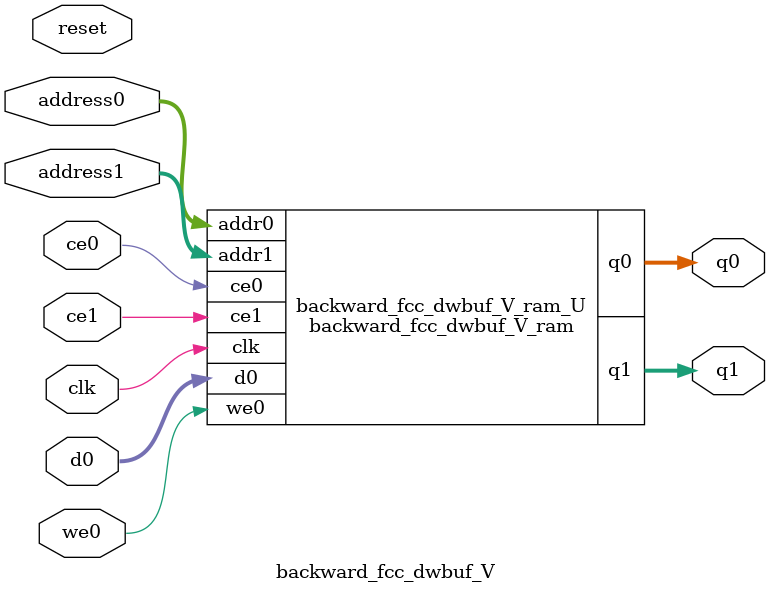
<source format=v>
`timescale 1 ns / 1 ps
module backward_fcc_dwbuf_V_ram (addr0, ce0, d0, we0, q0, addr1, ce1, q1,  clk);

parameter DWIDTH = 16;
parameter AWIDTH = 14;
parameter MEM_SIZE = 10000;

input[AWIDTH-1:0] addr0;
input ce0;
input[DWIDTH-1:0] d0;
input we0;
output reg[DWIDTH-1:0] q0;
input[AWIDTH-1:0] addr1;
input ce1;
output reg[DWIDTH-1:0] q1;
input clk;

reg [DWIDTH-1:0] ram[0:MEM_SIZE-1];




always @(posedge clk)  
begin 
    if (ce0) begin
        if (we0) 
            ram[addr0] <= d0; 
        q0 <= ram[addr0];
    end
end


always @(posedge clk)  
begin 
    if (ce1) begin
        q1 <= ram[addr1];
    end
end


endmodule

`timescale 1 ns / 1 ps
module backward_fcc_dwbuf_V(
    reset,
    clk,
    address0,
    ce0,
    we0,
    d0,
    q0,
    address1,
    ce1,
    q1);

parameter DataWidth = 32'd16;
parameter AddressRange = 32'd10000;
parameter AddressWidth = 32'd14;
input reset;
input clk;
input[AddressWidth - 1:0] address0;
input ce0;
input we0;
input[DataWidth - 1:0] d0;
output[DataWidth - 1:0] q0;
input[AddressWidth - 1:0] address1;
input ce1;
output[DataWidth - 1:0] q1;



backward_fcc_dwbuf_V_ram backward_fcc_dwbuf_V_ram_U(
    .clk( clk ),
    .addr0( address0 ),
    .ce0( ce0 ),
    .we0( we0 ),
    .d0( d0 ),
    .q0( q0 ),
    .addr1( address1 ),
    .ce1( ce1 ),
    .q1( q1 ));

endmodule


</source>
